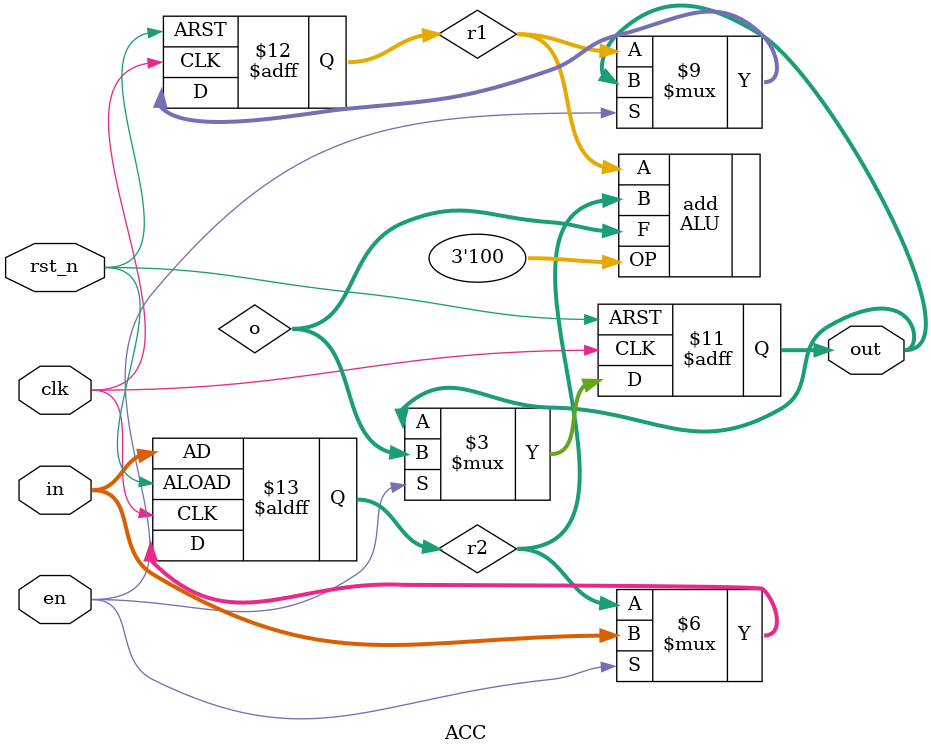
<source format=v>
module ACC(
    input [3:0] in,
    input en,rst_n,clk,
    output reg [3:0] out
    );
    
    reg [3:0] r1,r2;
    wire [3:0] o;
    parameter op = 3'b100;
    
    ALU add (
        .A(r1),
        .B(r2),
        .F(o),
        .OP(op)
        );
    
    always @(posedge clk or posedge rst_n)
    begin
        if(rst_n)
        begin
            r1 = 0;
            r2 = in;
            out = 0;
        end
        else if(en)
        begin
            r1 = out;
            r2 = in;
            out = o;
        end
    end
         
endmodule

</source>
